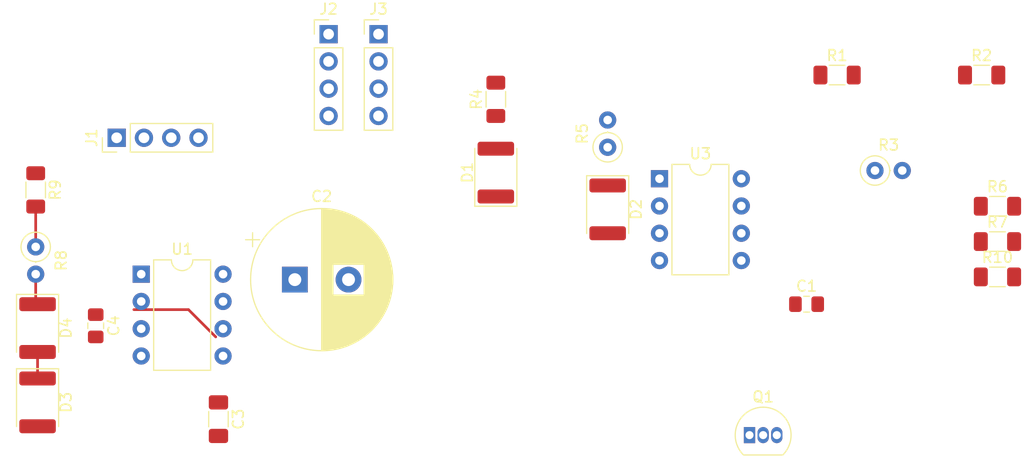
<source format=kicad_pcb>
(kicad_pcb (version 20221018) (generator pcbnew)
  (layers (0 "F.Cu" signal) (31 "B.Cu" signal) (34 "B.Paste" user) (35 "F.Paste" user) (36 "B.SilkS" user "B.Silkscreen") (37 "F.SilkS" user "F.Silkscreen") (38 "B.Mask" user) (39 "F.Mask" user) (44 "Edge.Cuts" user))
  (net 0 "")
  (net 1 "Net-(D1-K)")
  (net 2 "GND")
  (net 3 "Net-(U1-CV)")
  (net 4 "Net-(D3-K)")
  (net 5 "Net-(D3-A)")
  (net 6 "Net-(D4-K)")
  (net 7 "/Out555")
  (net 8 "/Reset555")
  (net 9 "/Vcc")
  (net 10 "Net-(D1-A)")
  (net 11 "Net-(D2-K)")
  (net 12 "/Pulse1")
  (net 13 "Net-(U3--)")
  (net 14 "Net-(R3-Pad2)")
  (net 18 "/NC")
  (footprint "Resistor_SMD:R_1206_3216Metric_Pad1.30x1.75mm_HandSolder" (layer "F.Cu") (at 71.12 21.818 90)
    (fp_text reference "R4" (at 0 -1.82 90) (layer "F.SilkS"))
    (fp_text value "2.2k")
    (fp_line (start -0.727064 -0.91) (end 0.727064 -0.91) (stroke (width 0.12)) (layer "F.SilkS"))
    (fp_line (start -0.727064 0.91) (end 0.727064 0.91) (stroke (width 0.12)) (layer "F.SilkS"))
    (pad "1" smd roundrect (at -1.55 0 90) (size 1.3 1.75) (layers "F.Cu" "F.Paste" "F.Mask") (roundrect_rratio 0.192308) (net 10 "Net-(D1-A)"))
    (pad "2" smd roundrect (at 1.55 0 90) (size 1.3 1.75) (layers "F.Cu" "F.Paste" "F.Mask") (roundrect_rratio 0.192308) (net 14 "Net-(R3-Pad2)"))
  )
  (footprint "Connector_PinHeader_2.54mm:PinHeader_1x04_P2.54mm_Vertical" (layer "F.Cu") (at 55.548 15.748)
    (fp_text reference "J2" (at 0 -2.33) (layer "F.SilkS"))
    (fp_text value "Conn_01x04_Pin")
    (fp_line (start -1.33 -1.33) (end 0 -1.33) (stroke (width 0.12)) (layer "F.SilkS"))
    (fp_line (start -1.33 0) (end -1.33 -1.33) (stroke (width 0.12)) (layer "F.SilkS"))
    (fp_line (start -1.33 1.27) (end -1.33 8.95) (stroke (width 0.12)) (layer "F.SilkS"))
    (fp_line (start -1.33 1.27) (end 1.33 1.27) (stroke (width 0.12)) (layer "F.SilkS"))
    (fp_line (start -1.33 8.95) (end 1.33 8.95) (stroke (width 0.12)) (layer "F.SilkS"))
    (fp_line (start 1.33 1.27) (end 1.33 8.95) (stroke (width 0.12)) (layer "F.SilkS"))
    (pad "1" thru_hole rect (at 0 0) (size 1.7 1.7) (drill 1) (layers "*.Cu" "*.Mask") (net 9 "/Vcc"))
    (pad "2" thru_hole oval (at 0 2.54) (size 1.7 1.7) (drill 1) (layers "*.Cu" "*.Mask") (net 2 "GND"))
    (pad "3" thru_hole oval (at 0 5.08) (size 1.7 1.7) (drill 1) (layers "*.Cu" "*.Mask") (net 7 "/Out555"))
    (pad "4" thru_hole oval (at 0 7.62) (size 1.7 1.7) (drill 1) (layers "*.Cu" "*.Mask") (net 8 "/Reset555"))
  )
  (footprint "Resistor_SMD:R_1206_3216Metric_Pad1.30x1.75mm_HandSolder" (layer "F.Cu") (at 117.83 35.064)
    (fp_text reference "R7" (at 0 -1.82) (layer "F.SilkS"))
    (fp_text value "6.8k")
    (fp_line (start -0.727064 -0.91) (end 0.727064 -0.91) (stroke (width 0.12)) (layer "F.SilkS"))
    (fp_line (start -0.727064 0.91) (end 0.727064 0.91) (stroke (width 0.12)) (layer "F.SilkS"))
    (pad "1" smd roundrect (at -1.55 0) (size 1.3 1.75) (layers "F.Cu" "F.Paste" "F.Mask") (roundrect_rratio 0.192308) (net 14 "Net-(R3-Pad2)"))
    (pad "2" smd roundrect (at 1.55 0) (size 1.3 1.75) (layers "F.Cu" "F.Paste" "F.Mask") (roundrect_rratio 0.192308) (net 2 "GND"))
  )
  (footprint "Diode_SMD:D_1812_4532Metric_Pad1.30x3.40mm_HandSolder" (layer "F.Cu") (at 81.534 32.065 -90)
    (fp_text reference "D2" (at 0 -2.65 90) (layer "F.SilkS"))
    (fp_text value "1N4148")
    (fp_line (start -3.135 -1.96) (end -3.135 1.96) (stroke (width 0.12)) (layer "F.SilkS"))
    (fp_line (start -3.135 1.96) (end 2.25 1.96) (stroke (width 0.12)) (layer "F.SilkS"))
    (fp_line (start 2.25 -1.96) (end -3.135 -1.96) (stroke (width 0.12)) (layer "F.SilkS"))
    (pad "1" smd roundrect (at -2.225 0 270) (size 1.3 3.4) (layers "F.Cu" "F.Paste" "F.Mask") (roundrect_rratio 0.192308) (net 11 "Net-(D2-K)"))
    (pad "2" smd roundrect (at 2.225 0 270) (size 1.3 3.4) (layers "F.Cu" "F.Paste" "F.Mask") (roundrect_rratio 0.192308) (net 1 "Net-(D1-K)"))
  )
  (footprint "Capacitor_SMD:C_1206_3216Metric_Pad1.33x1.80mm_HandSolder" (layer "F.Cu") (at 45.292 51.6005 -90)
    (fp_text reference "C3" (at 0 -1.85 90) (layer "F.SilkS"))
    (fp_text value "10n")
    (fp_line (start -0.711252 -0.91) (end 0.711252 -0.91) (stroke (width 0.12)) (layer "F.SilkS"))
    (fp_line (start -0.711252 0.91) (end 0.711252 0.91) (stroke (width 0.12)) (layer "F.SilkS"))
    (pad "1" smd roundrect (at -1.5625 0 270) (size 1.325 1.8) (layers "F.Cu" "F.Paste" "F.Mask") (roundrect_rratio 0.188679) (net 3 "Net-(U1-CV)"))
    (pad "2" smd roundrect (at 1.5625 0 270) (size 1.325 1.8) (layers "F.Cu" "F.Paste" "F.Mask") (roundrect_rratio 0.188679) (net 2 "GND"))
  )
  (footprint "Resistor_SMD:R_1206_3216Metric_Pad1.30x1.75mm_HandSolder" (layer "F.Cu") (at 117.83 31.774)
    (fp_text reference "R6" (at 0 -1.82) (layer "F.SilkS"))
    (fp_text value "8.2k")
    (fp_line (start -0.727064 -0.91) (end 0.727064 -0.91) (stroke (width 0.12)) (layer "F.SilkS"))
    (fp_line (start -0.727064 0.91) (end 0.727064 0.91) (stroke (width 0.12)) (layer "F.SilkS"))
    (pad "1" smd roundrect (at -1.55 0) (size 1.3 1.75) (layers "F.Cu" "F.Paste" "F.Mask") (roundrect_rratio 0.192308) (net 14 "Net-(R3-Pad2)"))
    (pad "2" smd roundrect (at 1.55 0) (size 1.3 1.75) (layers "F.Cu" "F.Paste" "F.Mask") (roundrect_rratio 0.192308) (net 12 "/Pulse1"))
  )
  (footprint "Resistor_THT:R_Axial_DIN0207_L6.3mm_D2.5mm_P2.54mm_Vertical" (layer "F.Cu") (at 28.274 35.56 -90)
    (fp_text reference "R8" (at 1.27 -2.37 90) (layer "F.SilkS"))
    (fp_text value "39k")
    (fp_line (start 1.37 0) (end 1.44 0) (stroke (width 0.12)) (layer "F.SilkS"))
    (fp_circle (center 0 0) (end 1.37 0) (stroke (width 0.12)) (fill none) (layer "F.SilkS"))
    (pad "1" thru_hole circle (at 0 0 270) (size 1.6 1.6) (drill 0.8) (layers "*.Cu" "*.Mask") (net 5 "Net-(D3-A)"))
    (pad "2" thru_hole oval (at 2.54 0 270) (size 1.6 1.6) (drill 0.8) (layers "*.Cu" "*.Mask") (net 6 "Net-(D4-K)"))
  )
  (footprint "Resistor_THT:R_Axial_DIN0207_L6.3mm_D2.5mm_P2.54mm_Vertical" (layer "F.Cu") (at 81.534 26.284 90)
    (fp_text reference "R5" (at 1.27 -2.37 90) (layer "F.SilkS"))
    (fp_text value "39k")
    (fp_line (start 1.37 0) (end 1.44 0) (stroke (width 0.12)) (layer "F.SilkS"))
    (fp_circle (center 0 0) (end 1.37 0) (stroke (width 0.12)) (fill none) (layer "F.SilkS"))
    (pad "1" thru_hole circle (at 0 0 90) (size 1.6 1.6) (drill 0.8) (layers "*.Cu" "*.Mask") (net 11 "Net-(D2-K)"))
    (pad "2" thru_hole oval (at 2.54 0 90) (size 1.6 1.6) (drill 0.8) (layers "*.Cu" "*.Mask") (net 14 "Net-(R3-Pad2)"))
  )
  (footprint "Connector_PinHeader_2.54mm:PinHeader_1x04_P2.54mm_Vertical" (layer "F.Cu") (at 60.198 15.748)
    (fp_text reference "J3" (at 0 -2.33) (layer "F.SilkS"))
    (fp_text value "Conn_01x04_Pin")
    (fp_line (start -1.33 -1.33) (end 0 -1.33) (stroke (width 0.12)) (layer "F.SilkS"))
    (fp_line (start -1.33 0) (end -1.33 -1.33) (stroke (width 0.12)) (layer "F.SilkS"))
    (fp_line (start -1.33 1.27) (end -1.33 8.95) (stroke (width 0.12)) (layer "F.SilkS"))
    (fp_line (start -1.33 1.27) (end 1.33 1.27) (stroke (width 0.12)) (layer "F.SilkS"))
    (fp_line (start -1.33 8.95) (end 1.33 8.95) (stroke (width 0.12)) (layer "F.SilkS"))
    (fp_line (start 1.33 1.27) (end 1.33 8.95) (stroke (width 0.12)) (layer "F.SilkS"))
    (pad "1" thru_hole rect (at 0 0) (size 1.7 1.7) (drill 1) (layers "*.Cu" "*.Mask") (net 9 "/Vcc"))
    (pad "2" thru_hole oval (at 0 2.54) (size 1.7 1.7) (drill 1) (layers "*.Cu" "*.Mask") (net 2 "GND"))
    (pad "3" thru_hole oval (at 0 5.08) (size 1.7 1.7) (drill 1) (layers "*.Cu" "*.Mask") (net 18 "/NC"))
    (pad "4" thru_hole oval (at 0 7.62) (size 1.7 1.7) (drill 1) (layers "*.Cu" "*.Mask") (net 8 "/Reset555"))
  )
  (footprint "Capacitor_SMD:C_0805_2012Metric_Pad1.18x1.45mm_HandSolder" (layer "F.Cu") (at 100.0545 40.894)
    (fp_text reference "C1" (at 0 -1.68) (layer "F.SilkS"))
    (fp_text value "100n")
    (fp_line (start -0.261252 -0.735) (end 0.261252 -0.735) (stroke (width 0.12)) (layer "F.SilkS"))
    (fp_line (start -0.261252 0.735) (end 0.261252 0.735) (stroke (width 0.12)) (layer "F.SilkS"))
    (pad "1" smd roundrect (at -1.0375 0) (size 1.175 1.45) (layers "F.Cu" "F.Paste" "F.Mask") (roundrect_rratio 0.212766) (net 1 "Net-(D1-K)"))
    (pad "2" smd roundrect (at 1.0375 0) (size 1.175 1.45) (layers "F.Cu" "F.Paste" "F.Mask") (roundrect_rratio 0.212766) (net 2 "GND"))
  )
  (footprint "Capacitor_THT:CP_Radial_D13.0mm_P5.00mm" (layer "F.Cu") (at 52.404 38.608)
    (fp_text reference "C2" (at 2.5 -7.75) (layer "F.SilkS"))
    (fp_text value "47u")
    (fp_line (start -4.584569 -3.715) (end -3.284569 -3.715) (stroke (width 0.12)) (layer "F.SilkS"))
    (fp_line (start -3.934569 -4.365) (end -3.934569 -3.065) (stroke (width 0.12)) (layer "F.SilkS"))
    (fp_line (start 2.5 -6.58) (end 2.5 6.58) (stroke (width 0.12)) (layer "F.SilkS"))
    (fp_line (start 2.54 -6.58) (end 2.54 6.58) (stroke (width 0.12)) (layer "F.SilkS"))
    (fp_line (start 2.58 -6.58) (end 2.58 6.58) (stroke (width 0.12)) (layer "F.SilkS"))
    (fp_line (start 2.62 -6.579) (end 2.62 6.579) (stroke (width 0.12)) (layer "F.SilkS"))
    (fp_line (start 2.66 -6.579) (end 2.66 6.579) (stroke (width 0.12)) (layer "F.SilkS"))
    (fp_line (start 2.7 -6.577) (end 2.7 6.577) (stroke (width 0.12)) (layer "F.SilkS"))
    (fp_line (start 2.74 -6.576) (end 2.74 6.576) (stroke (width 0.12)) (layer "F.SilkS"))
    (fp_line (start 2.78 -6.575) (end 2.78 6.575) (stroke (width 0.12)) (layer "F.SilkS"))
    (fp_line (start 2.82 -6.573) (end 2.82 6.573) (stroke (width 0.12)) (layer "F.SilkS"))
    (fp_line (start 2.86 -6.571) (end 2.86 6.571) (stroke (width 0.12)) (layer "F.SilkS"))
    (fp_line (start 2.9 -6.568) (end 2.9 6.568) (stroke (width 0.12)) (layer "F.SilkS"))
    (fp_line (start 2.94 -6.566) (end 2.94 6.566) (stroke (width 0.12)) (layer "F.SilkS"))
    (fp_line (start 2.98 -6.563) (end 2.98 6.563) (stroke (width 0.12)) (layer "F.SilkS"))
    (fp_line (start 3.02 -6.56) (end 3.02 6.56) (stroke (width 0.12)) (layer "F.SilkS"))
    (fp_line (start 3.06 -6.557) (end 3.06 6.557) (stroke (width 0.12)) (layer "F.SilkS"))
    (fp_line (start 3.1 -6.553) (end 3.1 6.553) (stroke (width 0.12)) (layer "F.SilkS"))
    (fp_line (start 3.14 -6.549) (end 3.14 6.549) (stroke (width 0.12)) (layer "F.SilkS"))
    (fp_line (start 3.18 -6.545) (end 3.18 6.545) (stroke (width 0.12)) (layer "F.SilkS"))
    (fp_line (start 3.221 -6.541) (end 3.221 6.541) (stroke (width 0.12)) (layer "F.SilkS"))
    (fp_line (start 3.261 -6.537) (end 3.261 6.537) (stroke (width 0.12)) (layer "F.SilkS"))
    (fp_line (start 3.301 -6.532) (end 3.301 6.532) (stroke (width 0.12)) (layer "F.SilkS"))
    (fp_line (start 3.341 -6.527) (end 3.341 6.527) (stroke (width 0.12)) (layer "F.SilkS"))
    (fp_line (start 3.381 -6.522) (end 3.381 6.522) (stroke (width 0.12)) (layer "F.SilkS"))
    (fp_line (start 3.421 -6.516) (end 3.421 6.516) (stroke (width 0.12)) (layer "F.SilkS"))
    (fp_line (start 3.461 -6.511) (end 3.461 6.511) (stroke (width 0.12)) (layer "F.SilkS"))
    (fp_line (start 3.501 -6.505) (end 3.501 6.505) (stroke (width 0.12)) (layer "F.SilkS"))
    (fp_line (start 3.541 -6.498) (end 3.541 6.498) (stroke (width 0.12)) (layer "F.SilkS"))
    (fp_line (start 3.581 -6.492) (end 3.581 -1.44) (stroke (width 0.12)) (layer "F.SilkS"))
    (fp_line (start 3.581 1.44) (end 3.581 6.492) (stroke (width 0.12)) (layer "F.SilkS"))
    (fp_line (start 3.621 -6.485) (end 3.621 -1.44) (stroke (width 0.12)) (layer "F.SilkS"))
    (fp_line (start 3.621 1.44) (end 3.621 6.485) (stroke (width 0.12)) (layer "F.SilkS"))
    (fp_line (start 3.661 -6.478) (end 3.661 -1.44) (stroke (width 0.12)) (layer "F.SilkS"))
    (fp_line (start 3.661 1.44) (end 3.661 6.478) (stroke (width 0.12)) (layer "F.SilkS"))
    (fp_line (start 3.701 -6.471) (end 3.701 -1.44) (stroke (width 0.12)) (layer "F.SilkS"))
    (fp_line (start 3.701 1.44) (end 3.701 6.471) (stroke (width 0.12)) (layer "F.SilkS"))
    (fp_line (start 3.741 -6.463) (end 3.741 -1.44) (stroke (width 0.12)) (layer "F.SilkS"))
    (fp_line (start 3.741 1.44) (end 3.741 6.463) (stroke (width 0.12)) (layer "F.SilkS"))
    (fp_line (start 3.781 -6.456) (end 3.781 -1.44) (stroke (width 0.12)) (layer "F.SilkS"))
    (fp_line (start 3.781 1.44) (end 3.781 6.456) (stroke (width 0.12)) (layer "F.SilkS"))
    (fp_line (start 3.821 -6.448) (end 3.821 -1.44) (stroke (width 0.12)) (layer "F.SilkS"))
    (fp_line (start 3.821 1.44) (end 3.821 6.448) (stroke (width 0.12)) (layer "F.SilkS"))
    (fp_line (start 3.861 -6.439) (end 3.861 -1.44) (stroke (width 0.12)) (layer "F.SilkS"))
    (fp_line (start 3.861 1.44) (end 3.861 6.439) (stroke (width 0.12)) (layer "F.SilkS"))
    (fp_line (start 3.901 -6.431) (end 3.901 -1.44) (stroke (width 0.12)) (layer "F.SilkS"))
    (fp_line (start 3.901 1.44) (end 3.901 6.431) (stroke (width 0.12)) (layer "F.SilkS"))
    (fp_line (start 3.941 -6.422) (end 3.941 -1.44) (stroke (width 0.12)) (layer "F.SilkS"))
    (fp_line (start 3.941 1.44) (end 3.941 6.422) (stroke (width 0.12)) (layer "F.SilkS"))
    (fp_line (start 3.981 -6.413) (end 3.981 -1.44) (stroke (width 0.12)) (layer "F.SilkS"))
    (fp_line (start 3.981 1.44) (end 3.981 6.413) (stroke (width 0.12)) (layer "F.SilkS"))
    (fp_line (start 4.021 -6.404) (end 4.021 -1.44) (stroke (width 0.12)) (layer "F.SilkS"))
    (fp_line (start 4.021 1.44) (end 4.021 6.404) (stroke (width 0.12)) (layer "F.SilkS"))
    (fp_line (start 4.061 -6.394) (end 4.061 -1.44) (stroke (width 0.12)) (layer "F.SilkS"))
    (fp_line (start 4.061 1.44) (end 4.061 6.394) (stroke (width 0.12)) (layer "F.SilkS"))
    (fp_line (start 4.101 -6.384) (end 4.101 -1.44) (stroke (width 0.12)) (layer "F.SilkS"))
    (fp_line (start 4.101 1.44) (end 4.101 6.384) (stroke (width 0.12)) (layer "F.SilkS"))
    (fp_line (start 4.141 -6.374) (end 4.141 -1.44) (stroke (width 0.12)) (layer "F.SilkS"))
    (fp_line (start 4.141 1.44) (end 4.141 6.374) (stroke (width 0.12)) (layer "F.SilkS"))
    (fp_line (start 4.181 -6.364) (end 4.181 -1.44) (stroke (width 0.12)) (layer "F.SilkS"))
    (fp_line (start 4.181 1.44) (end 4.181 6.364) (stroke (width 0.12)) (layer "F.SilkS"))
    (fp_line (start 4.221 -6.353) (end 4.221 -1.44) (stroke (width 0.12)) (layer "F.SilkS"))
    (fp_line (start 4.221 1.44) (end 4.221 6.353) (stroke (width 0.12)) (layer "F.SilkS"))
    (fp_line (start 4.261 -6.342) (end 4.261 -1.44) (stroke (width 0.12)) (layer "F.SilkS"))
    (fp_line (start 4.261 1.44) (end 4.261 6.342) (stroke (width 0.12)) (layer "F.SilkS"))
    (fp_line (start 4.301 -6.331) (end 4.301 -1.44) (stroke (width 0.12)) (layer "F.SilkS"))
    (fp_line (start 4.301 1.44) (end 4.301 6.331) (stroke (width 0.12)) (layer "F.SilkS"))
    (fp_line (start 4.341 -6.32) (end 4.341 -1.44) (stroke (width 0.12)) (layer "F.SilkS"))
    (fp_line (start 4.341 1.44) (end 4.341 6.32) (stroke (width 0.12)) (layer "F.SilkS"))
    (fp_line (start 4.381 -6.308) (end 4.381 -1.44) (stroke (width 0.12)) (layer "F.SilkS"))
    (fp_line (start 4.381 1.44) (end 4.381 6.308) (stroke (width 0.12)) (layer "F.SilkS"))
    (fp_line (start 4.421 -6.296) (end 4.421 -1.44) (stroke (width 0.12)) (layer "F.SilkS"))
    (fp_line (start 4.421 1.44) (end 4.421 6.296) (stroke (width 0.12)) (layer "F.SilkS"))
    (fp_line (start 4.461 -6.284) (end 4.461 -1.44) (stroke (width 0.12)) (layer "F.SilkS"))
    (fp_line (start 4.461 1.44) (end 4.461 6.284) (stroke (width 0.12)) (layer "F.SilkS"))
    (fp_line (start 4.501 -6.271) (end 4.501 -1.44) (stroke (width 0.12)) (layer "F.SilkS"))
    (fp_line (start 4.501 1.44) (end 4.501 6.271) (stroke (width 0.12)) (layer "F.SilkS"))
    (fp_line (start 4.541 -6.258) (end 4.541 -1.44) (stroke (width 0.12)) (layer "F.SilkS"))
    (fp_line (start 4.541 1.44) (end 4.541 6.258) (stroke (width 0.12)) (layer "F.SilkS"))
    (fp_line (start 4.581 -6.245) (end 4.581 -1.44) (stroke (width 0.12)) (layer "F.SilkS"))
    (fp_line (start 4.581 1.44) (end 4.581 6.245) (stroke (width 0.12)) (layer "F.SilkS"))
    (fp_line (start 4.621 -6.232) (end 4.621 -1.44) (stroke (width 0.12)) (layer "F.SilkS"))
    (fp_line (start 4.621 1.44) (end 4.621 6.232) (stroke (width 0.12)) (layer "F.SilkS"))
    (fp_line (start 4.661 -6.218) (end 4.661 -1.44) (stroke (width 0.12)) (layer "F.SilkS"))
    (fp_line (start 4.661 1.44) (end 4.661 6.218) (stroke (width 0.12)) (layer "F.SilkS"))
    (fp_line (start 4.701 -6.204) (end 4.701 -1.44) (stroke (width 0.12)) (layer "F.SilkS"))
    (fp_line (start 4.701 1.44) (end 4.701 6.204) (stroke (width 0.12)) (layer "F.SilkS"))
    (fp_line (start 4.741 -6.19) (end 4.741 -1.44) (stroke (width 0.12)) (layer "F.SilkS"))
    (fp_line (start 4.741 1.44) (end 4.741 6.19) (stroke (width 0.12)) (layer "F.SilkS"))
    (fp_line (start 4.781 -6.175) (end 4.781 -1.44) (stroke (width 0.12)) (layer "F.SilkS"))
    (fp_line (start 4.781 1.44) (end 4.781 6.175) (stroke (width 0.12)) (layer "F.SilkS"))
    (fp_line (start 4.821 -6.161) (end 4.821 -1.44) (stroke (width 0.12)) (layer "F.SilkS"))
    (fp_line (start 4.821 1.44) (end 4.821 6.161) (stroke (width 0.12)) (layer "F.SilkS"))
    (fp_line (start 4.861 -6.146) (end 4.861 -1.44) (stroke (width 0.12)) (layer "F.SilkS"))
    (fp_line (start 4.861 1.44) (end 4.861 6.146) (stroke (width 0.12)) (layer "F.SilkS"))
    (fp_line (start 4.901 -6.13) (end 4.901 -1.44) (stroke (width 0.12)) (layer "F.SilkS"))
    (fp_line (start 4.901 1.44) (end 4.901 6.13) (stroke (width 0.12)) (layer "F.SilkS"))
    (fp_line (start 4.941 -6.114) (end 4.941 -1.44) (stroke (width 0.12)) (layer "F.SilkS"))
    (fp_line (start 4.941 1.44) (end 4.941 6.114) (stroke (width 0.12)) (layer "F.SilkS"))
    (fp_line (start 4.981 -6.098) (end 4.981 -1.44) (stroke (width 0.12)) (layer "F.SilkS"))
    (fp_line (start 4.981 1.44) (end 4.981 6.098) (stroke (width 0.12)) (layer "F.SilkS"))
    (fp_line (start 5.021 -6.082) (end 5.021 -1.44) (stroke (width 0.12)) (layer "F.SilkS"))
    (fp_line (start 5.021 1.44) (end 5.021 6.082) (stroke (width 0.12)) (layer "F.SilkS"))
    (fp_line (start 5.061 -6.065) (end 5.061 -1.44) (stroke (width 0.12)) (layer "F.SilkS"))
    (fp_line (start 5.061 1.44) (end 5.061 6.065) (stroke (width 0.12)) (layer "F.SilkS"))
    (fp_line (start 5.101 -6.049) (end 5.101 -1.44) (stroke (width 0.12)) (layer "F.SilkS"))
    (fp_line (start 5.101 1.44) (end 5.101 6.049) (stroke (width 0.12)) (layer "F.SilkS"))
    (fp_line (start 5.141 -6.031) (end 5.141 -1.44) (stroke (width 0.12)) (layer "F.SilkS"))
    (fp_line (start 5.141 1.44) (end 5.141 6.031) (stroke (width 0.12)) (layer "F.SilkS"))
    (fp_line (start 5.181 -6.014) (end 5.181 -1.44) (stroke (width 0.12)) (layer "F.SilkS"))
    (fp_line (start 5.181 1.44) (end 5.181 6.014) (stroke (width 0.12)) (layer "F.SilkS"))
    (fp_line (start 5.221 -5.996) (end 5.221 -1.44) (stroke (width 0.12)) (layer "F.SilkS"))
    (fp_line (start 5.221 1.44) (end 5.221 5.996) (stroke (width 0.12)) (layer "F.SilkS"))
    (fp_line (start 5.261 -5.978) (end 5.261 -1.44) (stroke (width 0.12)) (layer "F.SilkS"))
    (fp_line (start 5.261 1.44) (end 5.261 5.978) (stroke (width 0.12)) (layer "F.SilkS"))
    (fp_line (start 5.301 -5.959) (end 5.301 -1.44) (stroke (width 0.12)) (layer "F.SilkS"))
    (fp_line (start 5.301 1.44) (end 5.301 5.959) (stroke (width 0.12)) (layer "F.SilkS"))
    (fp_line (start 5.341 -5.94) (end 5.341 -1.44) (stroke (width 0.12)) (layer "F.SilkS"))
    (fp_line (start 5.341 1.44) (end 5.341 5.94) (stroke (width 0.12)) (layer "F.SilkS"))
    (fp_line (start 5.381 -5.921) (end 5.381 -1.44) (stroke (width 0.12)) (layer "F.SilkS"))
    (fp_line (start 5.381 1.44) (end 5.381 5.921) (stroke (width 0.12)) (layer "F.SilkS"))
    (fp_line (start 5.421 -5.902) (end 5.421 -1.44) (stroke (width 0.12)) (layer "F.SilkS"))
    (fp_line (start 5.421 1.44) (end 5.421 5.902) (stroke (width 0.12)) (layer "F.SilkS"))
    (fp_line (start 5.461 -5.882) (end 5.461 -1.44) (stroke (width 0.12)) (layer "F.SilkS"))
    (fp_line (start 5.461 1.44) (end 5.461 5.882) (stroke (width 0.12)) (layer "F.SilkS"))
    (fp_line (start 5.501 -5.862) (end 5.501 -1.44) (stroke (width 0.12)) (layer "F.SilkS"))
    (fp_line (start 5.501 1.44) (end 5.501 5.862) (stroke (width 0.12)) (layer "F.SilkS"))
    (fp_line (start 5.541 -5.841) (end 5.541 -1.44) (stroke (width 0.12)) (layer "F.SilkS"))
    (fp_line (start 5.541 1.44) (end 5.541 5.841) (stroke (width 0.12)) (layer "F.SilkS"))
    (fp_line (start 5.581 -5.82) (end 5.581 -1.44) (stroke (width 0.12)) (layer "F.SilkS"))
    (fp_line (start 5.581 1.44) (end 5.581 5.82) (stroke (width 0.12)) (layer "F.SilkS"))
    (fp_line (start 5.621 -5.799) (end 5.621 -1.44) (stroke (width 0.12)) (layer "F.SilkS"))
    (fp_line (start 5.621 1.44) (end 5.621 5.799) (stroke (width 0.12)) (layer "F.SilkS"))
    (fp_line (start 5.661 -5.778) (end 5.661 -1.44) (stroke (width 0.12)) (layer "F.SilkS"))
    (fp_line (start 5.661 1.44) (end 5.661 5.778) (stroke (width 0.12)) (layer "F.SilkS"))
    (fp_line (start 5.701 -5.756) (end 5.701 -1.44) (stroke (width 0.12)) (layer "F.SilkS"))
    (fp_line (start 5.701 1.44) (end 5.701 5.756) (stroke (width 0.12)) (layer "F.SilkS"))
    (fp_line (start 5.741 -5.733) (end 5.741 -1.44) (stroke (width 0.12)) (layer "F.SilkS"))
    (fp_line (start 5.741 1.44) (end 5.741 5.733) (stroke (width 0.12)) (layer "F.SilkS"))
    (fp_line (start 5.781 -5.711) (end 5.781 -1.44) (stroke (width 0.12)) (layer "F.SilkS"))
    (fp_line (start 5.781 1.44) (end 5.781 5.711) (stroke (width 0.12)) (layer "F.SilkS"))
    (fp_line (start 5.821 -5.688) (end 5.821 -1.44) (stroke (width 0.12)) (layer "F.SilkS"))
    (fp_line (start 5.821 1.44) (end 5.821 5.688) (stroke (width 0.12)) (layer "F.SilkS"))
    (fp_line (start 5.861 -5.664) (end 5.861 -1.44) (stroke (width 0.12)) (layer "F.SilkS"))
    (fp_line (start 5.861 1.44) (end 5.861 5.664) (stroke (width 0.12)) (layer "F.SilkS"))
    (fp_line (start 5.901 -5.641) (end 5.901 -1.44) (stroke (width 0.12)) (layer "F.SilkS"))
    (fp_line (start 5.901 1.44) (end 5.901 5.641) (stroke (width 0.12)) (layer "F.SilkS"))
    (fp_line (start 5.941 -5.617) (end 5.941 -1.44) (stroke (width 0.12)) (layer "F.SilkS"))
    (fp_line (start 5.941 1.44) (end 5.941 5.617) (stroke (width 0.12)) (layer "F.SilkS"))
    (fp_line (start 5.981 -5.592) (end 5.981 -1.44) (stroke (width 0.12)) (layer "F.SilkS"))
    (fp_line (start 5.981 1.44) (end 5.981 5.592) (stroke (width 0.12)) (layer "F.SilkS"))
    (fp_line (start 6.021 -5.567) (end 6.021 -1.44) (stroke (width 0.12)) (layer "F.SilkS"))
    (fp_line (start 6.021 1.44) (end 6.021 5.567) (stroke (width 0.12)) (layer "F.SilkS"))
    (fp_line (start 6.061 -5.542) (end 6.061 -1.44) (stroke (width 0.12)) (layer "F.SilkS"))
    (fp_line (start 6.061 1.44) (end 6.061 5.542) (stroke (width 0.12)) (layer "F.SilkS"))
    (fp_line (start 6.101 -5.516) (end 6.101 -1.44) (stroke (width 0.12)) (layer "F.SilkS"))
    (fp_line (start 6.101 1.44) (end 6.101 5.516) (stroke (width 0.12)) (layer "F.SilkS"))
    (fp_line (start 6.141 -5.49) (end 6.141 -1.44) (stroke (width 0.12)) (layer "F.SilkS"))
    (fp_line (start 6.141 1.44) (end 6.141 5.49) (stroke (width 0.12)) (layer "F.SilkS"))
    (fp_line (start 6.181 -5.463) (end 6.181 -1.44) (stroke (width 0.12)) (layer "F.SilkS"))
    (fp_line (start 6.181 1.44) (end 6.181 5.463) (stroke (width 0.12)) (layer "F.SilkS"))
    (fp_line (start 6.221 -5.436) (end 6.221 -1.44) (stroke (width 0.12)) (layer "F.SilkS"))
    (fp_line (start 6.221 1.44) (end 6.221 5.436) (stroke (width 0.12)) (layer "F.SilkS"))
    (fp_line (start 6.261 -5.409) (end 6.261 -1.44) (stroke (width 0.12)) (layer "F.SilkS"))
    (fp_line (start 6.261 1.44) (end 6.261 5.409) (stroke (width 0.12)) (layer "F.SilkS"))
    (fp_line (start 6.301 -5.381) (end 6.301 -1.44) (stroke (width 0.12)) (layer "F.SilkS"))
    (fp_line (start 6.301 1.44) (end 6.301 5.381) (stroke (width 0.12)) (layer "F.SilkS"))
    (fp_line (start 6.341 -5.353) (end 6.341 -1.44) (stroke (width 0.12)) (layer "F.SilkS"))
    (fp_line (start 6.341 1.44) (end 6.341 5.353) (stroke (width 0.12)) (layer "F.SilkS"))
    (fp_line (start 6.381 -5.324) (end 6.381 -1.44) (stroke (width 0.12)) (layer "F.SilkS"))
    (fp_line (start 6.381 1.44) (end 6.381 5.324) (stroke (width 0.12)) (layer "F.SilkS"))
    (fp_line (start 6.421 -5.295) (end 6.421 -1.44) (stroke (width 0.12)) (layer "F.SilkS"))
    (fp_line (start 6.421 1.44) (end 6.421 5.295) (stroke (width 0.12)) (layer "F.SilkS"))
    (fp_line (start 6.461 -5.265) (end 6.461 5.265) (stroke (width 0.12)) (layer "F.SilkS"))
    (fp_line (start 6.501 -5.235) (end 6.501 5.235) (stroke (width 0.12)) (layer "F.SilkS"))
    (fp_line (start 6.541 -5.205) (end 6.541 5.205) (stroke (width 0.12)) (layer "F.SilkS"))
    (fp_line (start 6.581 -5.174) (end 6.581 5.174) (stroke (width 0.12)) (layer "F.SilkS"))
    (fp_line (start 6.621 -5.142) (end 6.621 5.142) (stroke (width 0.12)) (layer "F.SilkS"))
    (fp_line (start 6.661 -5.11) (end 6.661 5.11) (stroke (width 0.12)) (layer "F.SilkS"))
    (fp_line (start 6.701 -5.078) (end 6.701 5.078) (stroke (width 0.12)) (layer "F.SilkS"))
    (fp_line (start 6.741 -5.044) (end 6.741 5.044) (stroke (width 0.12)) (layer "F.SilkS"))
    (fp_line (start 6.781 -5.011) (end 6.781 5.011) (stroke (width 0.12)) (layer "F.SilkS"))
    (fp_line (start 6.821 -4.977) (end 6.821 4.977) (stroke (width 0.12)) (layer "F.SilkS"))
    (fp_line (start 6.861 -4.942) (end 6.861 4.942) (stroke (width 0.12)) (layer "F.SilkS"))
    (fp_line (start 6.901 -4.907) (end 6.901 4.907) (stroke (width 0.12)) (layer "F.SilkS"))
    (fp_line (start 6.941 -4.871) (end 6.941 4.871) (stroke (width 0.12)) (layer "F.SilkS"))
    (fp_line (start 6.981 -4.834) (end 6.981 4.834) (stroke (width 0.12)) (layer "F.SilkS"))
    (fp_line (start 7.021 -4.797) (end 7.021 4.797) (stroke (width 0.12)) (layer "F.SilkS"))
    (fp_line (start 7.061 -4.76) (end 7.061 4.76) (stroke (width 0.12)) (layer "F.SilkS"))
    (fp_line (start 7.101 -4.721) (end 7.101 4.721) (stroke (width 0.12)) (layer "F.SilkS"))
    (fp_line (start 7.141 -4.682) (end 7.141 4.682) (stroke (width 0.12)) (layer "F.SilkS"))
    (fp_line (start 7.181 -4.643) (end 7.181 4.643) (stroke (width 0.12)) (layer "F.SilkS"))
    (fp_line (start 7.221 -4.602) (end 7.221 4.602) (stroke (width 0.12)) (layer "F.SilkS"))
    (fp_line (start 7.261 -4.561) (end 7.261 4.561) (stroke (width 0.12)) (layer "F.SilkS"))
    (fp_line (start 7.301 -4.519) (end 7.301 4.519) (stroke (width 0.12)) (layer "F.SilkS"))
    (fp_line (start 7.341 -4.477) (end 7.341 4.477) (stroke (width 0.12)) (layer "F.SilkS"))
    (fp_line (start 7.381 -4.434) (end 7.381 4.434) (stroke (width 0.12)) (layer "F.SilkS"))
    (fp_line (start 7.421 -4.39) (end 7.421 4.39) (stroke (width 0.12)) (layer "F.SilkS"))
    (fp_line (start 7.461 -4.345) (end 7.461 4.345) (stroke (width 0.12)) (layer "F.SilkS"))
    (fp_line (start 7.501 -4.299) (end 7.501 4.299) (stroke (width 0.12)) (layer "F.SilkS"))
    (fp_line (start 7.541 -4.253) (end 7.541 4.253) (stroke (width 0.12)) (layer "F.SilkS"))
    (fp_line (start 7.581 -4.205) (end 7.581 4.205) (stroke (width 0.12)) (layer "F.SilkS"))
    (fp_line (start 7.621 -4.157) (end 7.621 4.157) (stroke (width 0.12)) (layer "F.SilkS"))
    (fp_line (start 7.661 -4.108) (end 7.661 4.108) (stroke (width 0.12)) (layer "F.SilkS"))
    (fp_line (start 7.701 -4.057) (end 7.701 4.057) (stroke (width 0.12)) (layer "F.SilkS"))
    (fp_line (start 7.741 -4.006) (end 7.741 4.006) (stroke (width 0.12)) (layer "F.SilkS"))
    (fp_line (start 7.781 -3.954) (end 7.781 3.954) (stroke (width 0.12)) (layer "F.SilkS"))
    (fp_line (start 7.821 -3.9) (end 7.821 3.9) (stroke (width 0.12)) (layer "F.SilkS"))
    (fp_line (start 7.861 -3.846) (end 7.861 3.846) (stroke (width 0.12)) (layer "F.SilkS"))
    (fp_line (start 7.901 -3.79) (end 7.901 3.79) (stroke (width 0.12)) (layer "F.SilkS"))
    (fp_line (start 7.941 -3.733) (end 7.941 3.733) (stroke (width 0.12)) (layer "F.SilkS"))
    (fp_line (start 7.981 -3.675) (end 7.981 3.675) (stroke (width 0.12)) (layer "F.SilkS"))
    (fp_line (start 8.021 -3.615) (end 8.021 3.615) (stroke (width 0.12)) (layer "F.SilkS"))
    (fp_line (start 8.061 -3.554) (end 8.061 3.554) (stroke (width 0.12)) (layer "F.SilkS"))
    (fp_line (start 8.101 -3.491) (end 8.101 3.491) (stroke (width 0.12)) (layer "F.SilkS"))
    (fp_line (start 8.141 -3.427) (end 8.141 3.427) (stroke (width 0.12)) (layer "F.SilkS"))
    (fp_line (start 8.181 -3.361) (end 8.181 3.361) (stroke (width 0.12)) (layer "F.SilkS"))
    (fp_line (start 8.221 -3.293) (end 8.221 3.293) (stroke (width 0.12)) (layer "F.SilkS"))
    (fp_line (start 8.261 -3.223) (end 8.261 3.223) (stroke (width 0.12)) (layer "F.SilkS"))
    (fp_line (start 8.301 -3.152) (end 8.301 3.152) (stroke (width 0.12)) (layer "F.SilkS"))
    (fp_line (start 8.341 -3.078) (end 8.341 3.078) (stroke (width 0.12)) (layer "F.SilkS"))
    (fp_line (start 8.381 -3.002) (end 8.381 3.002) (stroke (width 0.12)) (layer "F.SilkS"))
    (fp_line (start 8.421 -2.923) (end 8.421 2.923) (stroke (width 0.12)) (layer "F.SilkS"))
    (fp_line (start 8.461 -2.842) (end 8.461 2.842) (stroke (width 0.12)) (layer "F.SilkS"))
    (fp_line (start 8.501 -2.758) (end 8.501 2.758) (stroke (width 0.12)) (layer "F.SilkS"))
    (fp_line (start 8.541 -2.67) (end 8.541 2.67) (stroke (width 0.12)) (layer "F.SilkS"))
    (fp_line (start 8.581 -2.579) (end 8.581 2.579) (stroke (width 0.12)) (layer "F.SilkS"))
    (fp_line (start 8.621 -2.484) (end 8.621 2.484) (stroke (width 0.12)) (layer "F.SilkS"))
    (fp_line (start 8.661 -2.385) (end 8.661 2.385) (stroke (width 0.12)) (layer "F.SilkS"))
    (fp_line (start 8.701 -2.281) (end 8.701 2.281) (stroke (width 0.12)) (layer "F.SilkS"))
    (fp_line (start 8.741 -2.171) (end 8.741 2.171) (stroke (width 0.12)) (layer "F.SilkS"))
    (fp_line (start 8.781 -2.055) (end 8.781 2.055) (stroke (width 0.12)) (layer "F.SilkS"))
    (fp_line (start 8.821 -1.931) (end 8.821 1.931) (stroke (width 0.12)) (layer "F.SilkS"))
    (fp_line (start 8.861 -1.798) (end 8.861 1.798) (stroke (width 0.12)) (layer "F.SilkS"))
    (fp_line (start 8.901 -1.653) (end 8.901 1.653) (stroke (width 0.12)) (layer "F.SilkS"))
    (fp_line (start 8.941 -1.494) (end 8.941 1.494) (stroke (width 0.12)) (layer "F.SilkS"))
    (fp_line (start 8.981 -1.315) (end 8.981 1.315) (stroke (width 0.12)) (layer "F.SilkS"))
    (fp_line (start 9.021 -1.107) (end 9.021 1.107) (stroke (width 0.12)) (layer "F.SilkS"))
    (fp_line (start 9.061 -0.85) (end 9.061 0.85) (stroke (width 0.12)) (layer "F.SilkS"))
    (fp_line (start 9.101 -0.475) (end 9.101 0.475) (stroke (width 0.12)) (layer "F.SilkS"))
    (fp_circle (center 2.5 0) (end 9.12 0) (stroke (width 0.12)) (fill none) (layer "F.SilkS"))
    (pad "1" thru_hole rect (at 0 0) (size 2.4 2.4) (drill 1.2) (layers "*.Cu" "*.Mask") (net 9 "/Vcc"))
    (pad "2" thru_hole circle (at 5 0) (size 2.4 2.4) (drill 1.2) (layers "*.Cu" "*.Mask") (net 2 "GND"))
  )
  (footprint "Resistor_SMD:R_1206_3216Metric_Pad1.30x1.75mm_HandSolder" (layer "F.Cu") (at 102.896 19.558)
    (fp_text reference "R1" (at 0 -1.82) (layer "F.SilkS"))
    (fp_text value "33k")
    (fp_line (start -0.727064 -0.91) (end 0.727064 -0.91) (stroke (width 0.12)) (layer "F.SilkS"))
    (fp_line (start -0.727064 0.91) (end 0.727064 0.91) (stroke (width 0.12)) (layer "F.SilkS"))
    (pad "1" smd roundrect (at -1.55 0) (size 1.3 1.75) (layers "F.Cu" "F.Paste" "F.Mask") (roundrect_rratio 0.192308) (net 13 "Net-(U3--)"))
    (pad "2" smd roundrect (at 1.55 0) (size 1.3 1.75) (layers "F.Cu" "F.Paste" "F.Mask") (roundrect_rratio 0.192308) (net 9 "/Vcc"))
  )
  (footprint "Diode_SMD:D_1812_4532Metric_Pad1.30x3.40mm_HandSolder" (layer "F.Cu") (at 28.448 43.119 -90)
    (fp_text reference "D4" (at 0 -2.65 90) (layer "F.SilkS"))
    (fp_text value "1N4148")
    (fp_line (start -3.135 -1.96) (end -3.135 1.96) (stroke (width 0.12)) (layer "F.SilkS"))
    (fp_line (start -3.135 1.96) (end 2.25 1.96) (stroke (width 0.12)) (layer "F.SilkS"))
    (fp_line (start 2.25 -1.96) (end -3.135 -1.96) (stroke (width 0.12)) (layer "F.SilkS"))
    (pad "1" smd roundrect (at -2.225 0 270) (size 1.3 3.4) (layers "F.Cu" "F.Paste" "F.Mask") (roundrect_rratio 0.192308) (net 6 "Net-(D4-K)"))
    (pad "2" smd roundrect (at 2.225 0 270) (size 1.3 3.4) (layers "F.Cu" "F.Paste" "F.Mask") (roundrect_rratio 0.192308) (net 4 "Net-(D3-K)"))
  )
  (footprint "Resistor_SMD:R_1206_3216Metric_Pad1.30x1.75mm_HandSolder" (layer "F.Cu") (at 117.83 38.354)
    (fp_text reference "R10" (at 0 -1.82) (layer "F.SilkS"))
    (fp_text value "10k")
    (fp_line (start -0.727064 -0.91) (end 0.727064 -0.91) (stroke (width 0.12)) (layer "F.SilkS"))
    (fp_line (start -0.727064 0.91) (end 0.727064 0.91) (stroke (width 0.12)) (layer "F.SilkS"))
    (pad "1" smd roundrect (at -1.55 0) (size 1.3 1.75) (layers "F.Cu" "F.Paste" "F.Mask") (roundrect_rratio 0.192308) (net 8 "/Reset555"))
    (pad "2" smd roundrect (at 1.55 0) (size 1.3 1.75) (layers "F.Cu" "F.Paste" "F.Mask") (roundrect_rratio 0.192308) (net 9 "/Vcc"))
  )
  (footprint "Package_TO_SOT_THT:TO-92_Inline" (layer "F.Cu") (at 94.742 53.086)
    (fp_text reference "Q1" (at 1.27 -3.56) (layer "F.SilkS"))
    (fp_text value "BC547")
    (fp_line (start -0.53 1.85) (end 3.07 1.85) (stroke (width 0.12)) (layer "F.SilkS"))
    (fp_arc (start -0.568478 1.838478) (mid -1.132087 -0.994977) (end 1.27 -2.6) (stroke (width 0.12)) (layer "F.SilkS"))
    (fp_arc (start 1.27 -2.6) (mid 3.672087 -0.994977) (end 3.108478 1.838478) (stroke (width 0.12)) (layer "F.SilkS"))
    (pad "1" thru_hole rect (at 0 0) (size 1.05 1.5) (drill 0.75) (layers "*.Cu" "*.Mask") (net 8 "/Reset555"))
    (pad "2" thru_hole oval (at 1.27 0) (size 1.05 1.5) (drill 0.75) (layers "*.Cu" "*.Mask") (net 12 "/Pulse1"))
    (pad "3" thru_hole oval (at 2.54 0) (size 1.05 1.5) (drill 0.75) (layers "*.Cu" "*.Mask") (net 2 "GND"))
  )
  (footprint "Resistor_SMD:R_1206_3216Metric_Pad1.30x1.75mm_HandSolder" (layer "F.Cu") (at 28.274 30.252 -90)
    (fp_text reference "R9" (at 0 -1.82 90) (layer "F.SilkS"))
    (fp_text value "4.7k")
    (fp_line (start -0.727064 -0.91) (end 0.727064 -0.91) (stroke (width 0.12)) (layer "F.SilkS"))
    (fp_line (start -0.727064 0.91) (end 0.727064 0.91) (stroke (width 0.12)) (layer "F.SilkS"))
    (pad "1" smd roundrect (at -1.55 0 270) (size 1.3 1.75) (layers "F.Cu" "F.Paste" "F.Mask") (roundrect_rratio 0.192308) (net 9 "/Vcc"))
    (pad "2" smd roundrect (at 1.55 0 270) (size 1.3 1.75) (layers "F.Cu" "F.Paste" "F.Mask") (roundrect_rratio 0.192308) (net 5 "Net-(D3-A)"))
  )
  (footprint "Package_DIP:DIP-8_W7.62mm" (layer "F.Cu") (at 38.1 38.1)
    (fp_text reference "U1" (at 3.81 -2.33) (layer "F.SilkS"))
    (fp_text value "NE555P")
    (fp_line (start 1.16 -1.33) (end 1.16 8.95) (stroke (width 0.12)) (layer "F.SilkS"))
    (fp_line (start 1.16 8.95) (end 6.46 8.95) (stroke (width 0.12)) (layer "F.SilkS"))
    (fp_line (start 2.81 -1.33) (end 1.16 -1.33) (stroke (width 0.12)) (layer "F.SilkS"))
    (fp_line (start 6.46 -1.33) (end 4.81 -1.33) (stroke (width 0.12)) (layer "F.SilkS"))
    (fp_line (start 6.46 8.95) (end 6.46 -1.33) (stroke (width 0.12)) (layer "F.SilkS"))
    (fp_arc (start 4.81 -1.33) (mid 3.81 -0.33) (end 2.81 -1.33) (stroke (width 0.12)) (layer "F.SilkS"))
    (pad "1" thru_hole rect (at 0 0) (size 1.6 1.6) (drill 0.8) (layers "*.Cu" "*.Mask") (net 2 "GND"))
    (pad "2" thru_hole oval (at 0 2.54) (size 1.6 1.6) (drill 0.8) (layers "*.Cu" "*.Mask") (net 4 "Net-(D3-K)"))
    (pad "3" thru_hole oval (at 0 5.08) (size 1.6 1.6) (drill 0.8) (layers "*.Cu" "*.Mask") (net 7 "/Out555"))
    (pad "4" thru_hole oval (at 0 7.62) (size 1.6 1.6) (drill 0.8) (layers "*.Cu" "*.Mask") (net 8 "/Reset555"))
    (pad "5" thru_hole oval (at 7.62 7.62) (size 1.6 1.6) (drill 0.8) (layers "*.Cu" "*.Mask") (net 3 "Net-(U1-CV)"))
    (pad "6" thru_hole oval (at 7.62 5.08) (size 1.6 1.6) (drill 0.8) (layers "*.Cu" "*.Mask") (net 4 "Net-(D3-K)"))
    (pad "7" thru_hole oval (at 7.62 2.54) (size 1.6 1.6) (drill 0.8) (layers "*.Cu" "*.Mask") (net 5 "Net-(D3-A)"))
    (pad "8" thru_hole oval (at 7.62 0) (size 1.6 1.6) (drill 0.8) (layers "*.Cu" "*.Mask") (net 9 "/Vcc"))
  )
  (footprint "Connector_PinHeader_2.54mm:PinHeader_1x04_P2.54mm_Vertical" (layer "F.Cu") (at 35.814 25.4 90)
    (fp_text reference "J1" (at 0 -2.33 90) (layer "F.SilkS"))
    (fp_text value "Conn_01x04_Pin")
    (fp_line (start -1.33 -1.33) (end 0 -1.33) (stroke (width 0.12)) (layer "F.SilkS"))
    (fp_line (start -1.33 0) (end -1.33 -1.33) (stroke (width 0.12)) (layer "F.SilkS"))
    (fp_line (start -1.33 1.27) (end -1.33 8.95) (stroke (width 0.12)) (layer "F.SilkS"))
    (fp_line (start -1.33 1.27) (end 1.33 1.27) (stroke (width 0.12)) (layer "F.SilkS"))
    (fp_line (start -1.33 8.95) (end 1.33 8.95) (stroke (width 0.12)) (layer "F.SilkS"))
    (fp_line (start 1.33 1.27) (end 1.33 8.95) (stroke (width 0.12)) (layer "F.SilkS"))
    (pad "1" thru_hole rect (at 0 0 90) (size 1.7 1.7) (drill 1) (layers "*.Cu" "*.Mask") (net 9 "/Vcc"))
    (pad "2" thru_hole oval (at 0 2.54 90) (size 1.7 1.7) (drill 1) (layers "*.Cu" "*.Mask") (net 2 "GND"))
    (pad "3" thru_hole oval (at 0 5.08 90) (size 1.7 1.7) (drill 1) (layers "*.Cu" "*.Mask") (net 7 "/Out555"))
    (pad "4" thru_hole oval (at 0 7.62 90) (size 1.7 1.7) (drill 1) (layers "*.Cu" "*.Mask") (net 8 "/Reset555"))
  )
  (footprint "Package_DIP:DIP-8_W7.62mm" (layer "F.Cu") (at 86.36 29.21)
    (fp_text reference "U3" (at 3.81 -2.33) (layer "F.SilkS"))
    (fp_text value "MCP601-xP")
    (fp_line (start 1.16 -1.33) (end 1.16 8.95) (stroke (width 0.12)) (layer "F.SilkS"))
    (fp_line (start 1.16 8.95) (end 6.46 8.95) (stroke (width 0.12)) (layer "F.SilkS"))
    (fp_line (start 2.81 -1.33) (end 1.16 -1.33) (stroke (width 0.12)) (layer "F.SilkS"))
    (fp_line (start 6.46 -1.33) (end 4.81 -1.33) (stroke (width 0.12)) (layer "F.SilkS"))
    (fp_line (start 6.46 8.95) (end 6.46 -1.33) (stroke (width 0.12)) (layer "F.SilkS"))
    (fp_arc (start 4.81 -1.33) (mid 3.81 -0.33) (end 2.81 -1.33) (stroke (width 0.12)) (layer "F.SilkS"))
    (pad "1" thru_hole rect (at 0 0) (size 1.6 1.6) (drill 0.8) (layers "*.Cu" "*.Mask"))
    (pad "2" thru_hole oval (at 0 2.54) (size 1.6 1.6) (drill 0.8) (layers "*.Cu" "*.Mask") (net 13 "Net-(U3--)"))
    (pad "3" thru_hole oval (at 0 5.08) (size 1.6 1.6) (drill 0.8) (layers "*.Cu" "*.Mask") (net 1 "Net-(D1-K)"))
    (pad "4" thru_hole oval (at 0 7.62) (size 1.6 1.6) (drill 0.8) (layers "*.Cu" "*.Mask") (net 2 "GND"))
    (pad "5" thru_hole oval (at 7.62 7.62) (size 1.6 1.6) (drill 0.8) (layers "*.Cu" "*.Mask"))
    (pad "6" thru_hole oval (at 7.62 5.08) (size 1.6 1.6) (drill 0.8) (layers "*.Cu" "*.Mask") (net 14 "Net-(R3-Pad2)"))
    (pad "7" thru_hole oval (at 7.62 2.54) (size 1.6 1.6) (drill 0.8) (layers "*.Cu" "*.Mask") (net 9 "/Vcc"))
    (pad "8" thru_hole oval (at 7.62 0) (size 1.6 1.6) (drill 0.8) (layers "*.Cu" "*.Mask"))
  )
  (footprint "Diode_SMD:D_1812_4532Metric_Pad1.30x3.40mm_HandSolder" (layer "F.Cu") (at 28.448 50.038 -90)
    (fp_text reference "D3" (at 0 -2.65 90) (layer "F.SilkS"))
    (fp_text value "1N4148")
    (fp_line (start -3.135 -1.96) (end -3.135 1.96) (stroke (width 0.12)) (layer "F.SilkS"))
    (fp_line (start -3.135 1.96) (end 2.25 1.96) (stroke (width 0.12)) (layer "F.SilkS"))
    (fp_line (start 2.25 -1.96) (end -3.135 -1.96) (stroke (width 0.12)) (layer "F.SilkS"))
    (pad "1" smd roundrect (at -2.225 0 270) (size 1.3 3.4) (layers "F.Cu" "F.Paste" "F.Mask") (roundrect_rratio 0.192308) (net 4 "Net-(D3-K)"))
    (pad "2" smd roundrect (at 2.225 0 270) (size 1.3 3.4) (layers "F.Cu" "F.Paste" "F.Mask") (roundrect_rratio 0.192308) (net 5 "Net-(D3-A)"))
  )
  (footprint "Resistor_SMD:R_1206_3216Metric_Pad1.30x1.75mm_HandSolder" (layer "F.Cu") (at 116.358 19.558)
    (fp_text reference "R2" (at 0 -1.82) (layer "F.SilkS"))
    (fp_text value "33k")
    (fp_line (start -0.727064 -0.91) (end 0.727064 -0.91) (stroke (width 0.12)) (layer "F.SilkS"))
    (fp_line (start -0.727064 0.91) (end 0.727064 0.91) (stroke (width 0.12)) (layer "F.SilkS"))
    (pad "1" smd roundrect (at -1.55 0) (size 1.3 1.75) (layers "F.Cu" "F.Paste" "F.Mask") (roundrect_rratio 0.192308) (net 13 "Net-(U3--)"))
    (pad "2" smd roundrect (at 1.55 0) (size 1.3 1.75) (layers "F.Cu" "F.Paste" "F.Mask") (roundrect_rratio 0.192308) (net 2 "GND"))
  )
  (footprint "Diode_SMD:D_1812_4532Metric_Pad1.30x3.40mm_HandSolder" (layer "F.Cu") (at 71.12 28.641 90)
    (fp_text reference "D1" (at 0 -2.65 90) (layer "F.SilkS"))
    (fp_text value "1N4148")
    (fp_line (start -3.135 -1.96) (end -3.135 1.96) (stroke (width 0.12)) (layer "F.SilkS"))
    (fp_line (start -3.135 1.96) (end 2.25 1.96) (stroke (width 0.12)) (layer "F.SilkS"))
    (fp_line (start 2.25 -1.96) (end -3.135 -1.96) (stroke (width 0.12)) (layer "F.SilkS"))
    (pad "1" smd roundrect (at -2.225 0 90) (size 1.3 3.4) (layers "F.Cu" "F.Paste" "F.Mask") (roundrect_rratio 0.192308) (net 1 "Net-(D1-K)"))
    (pad "2" smd roundrect (at 2.225 0 90) (size 1.3 3.4) (layers "F.Cu" "F.Paste" "F.Mask") (roundrect_rratio 0.192308) (net 10 "Net-(D1-A)"))
  )
  (footprint "Capacitor_SMD:C_0805_2012Metric_Pad1.18x1.45mm_HandSolder" (layer "F.Cu") (at 33.862 42.9045 -90)
    (fp_text reference "C4" (at 0 -1.68 90) (layer "F.SilkS"))
    (fp_text value "10n")
    (fp_line (start -0.261252 -0.735) (end 0.261252 -0.735) (stroke (width 0.12)) (layer "F.SilkS"))
    (fp_line (start -0.261252 0.735) (end 0.261252 0.735) (stroke (width 0.12)) (layer "F.SilkS"))
    (pad "1" smd roundrect (at -1.0375 0 270) (size 1.175 1.45) (layers "F.Cu" "F.Paste" "F.Mask") (roundrect_rratio 0.212766) (net 4 "Net-(D3-K)"))
    (pad "2" smd roundrect (at 1.0375 0 270) (size 1.175 1.45) (layers "F.Cu" "F.Paste" "F.Mask") (roundrect_rratio 0.212766) (net 2 "GND"))
  )
  (footprint "Resistor_THT:R_Axial_DIN0207_L6.3mm_D2.5mm_P2.54mm_Vertical" (layer "F.Cu") (at 106.426 28.448)
    (fp_text reference "R3" (at 1.27 -2.37) (layer "F.SilkS"))
    (fp_text value "15k")
    (fp_line (start 1.37 0) (end 1.44 0) (stroke (width 0.12)) (layer "F.SilkS"))
    (fp_circle (center 0 0) (end 1.37 0) (stroke (width 0.12)) (fill none) (layer "F.SilkS"))
    (pad "1" thru_hole circle (at 0 0) (size 1.6 1.6) (drill 0.8) (layers "*.Cu" "*.Mask") (net 13 "Net-(U3--)"))
    (pad "2" thru_hole oval (at 2.54 0) (size 1.6 1.6) (drill 0.8) (layers "*.Cu" "*.Mask") (net 14 "Net-(R3-Pad2)"))
  )
  (segment (start 37.418 41.402) (end 42.498 41.402) (width 0.25) (layer "F.Cu") (net 4))
  (segment (start 28.448 45.344) (end 28.448 47.813) (width 0.25) (layer "F.Cu") (net 4))
  (segment (start 42.498 41.402) (end 45.038 43.942) (width 0.25) (layer "F.Cu") (net 4))
  (segment (start 28.274 31.802) (end 28.274 35.56) (width 0.25) (layer "F.Cu") (net 5))
  (segment (start 28.274 38.1) (end 28.274 40.72) (width 0.25) (layer "F.Cu") (net 6))
  (segment (start 28.274 40.72) (end 28.448 40.894) (width 0.25) (layer "F.Cu") (net 6))
)
</source>
